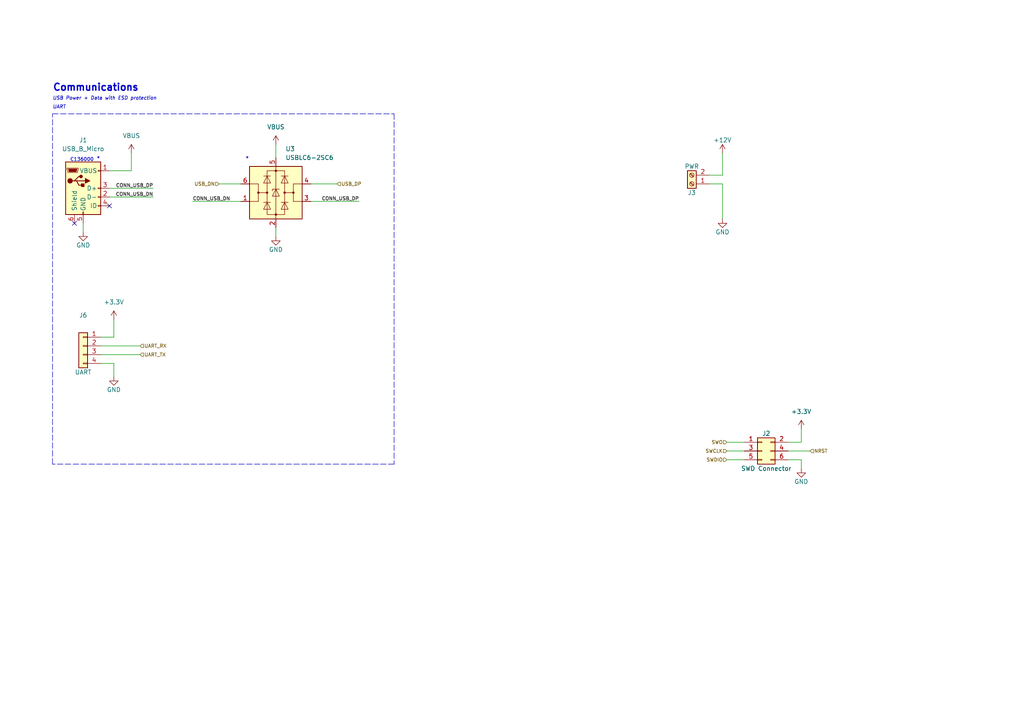
<source format=kicad_sch>
(kicad_sch (version 20211123) (generator eeschema)
  (paper "A4")
  (title_block (title "Posit: A STM32 based DC motor controller") (rev "A") (company "Sampreet SARKAR"))
  (lib_symbols
    (symbol "Connector:Screw_Terminal_01x02" (pin_names (offset 1.016) hide)
      (property "Reference" "J" (at 0 2.54 0))
      (property "Value" "Screw_Terminal_01x02" (at 0 -5.08 0))
      (symbol "Screw_Terminal_01x02_1_1"
        (rectangle (start -1.27 1.27) (end 1.27 -3.81) (stroke (width 0.254)) (fill (type background)))
        (circle (center 0 -2.54) (radius 0.635) (stroke (width 0.1524)))
        (polyline (pts (xy -0.5334 -2.2098) (xy 0.3302 -3.048)) (stroke (width 0.1524)))
        (polyline (pts (xy -0.5334 0.3302) (xy 0.3302 -0.508)) (stroke (width 0.1524)))
        (polyline (pts (xy -0.3556 -2.032) (xy 0.508 -2.8702)) (stroke (width 0.1524)))
        (polyline (pts (xy -0.3556 0.508) (xy 0.508 -0.3302)) (stroke (width 0.1524)))
        (circle (center 0 0) (radius 0.635) (stroke (width 0.1524)))
        (pin passive line (at -5.08 0 0) (length 3.81) (name "Pin_1") (number "1"))
        (pin passive line (at -5.08 -2.54 0) (length 3.81) (name "Pin_2") (number "2"))
      )
    )
    (symbol "Connector:USB_B_Micro" (pin_names (offset 1.016))
      (property "Reference" "J" (at -5.08 11.43 0))
      (property "Value" "USB_B_Micro" (at -5.08 8.89 0))
      (symbol "USB_B_Micro_0_1"
        (rectangle (start -5.08 -7.62) (end 5.08 7.62) (stroke (width 0.254)) (fill (type background)))
        (circle (center -3.81 2.159) (radius 0.635) (stroke (width 0.254)) (fill (type outline)))
        (circle (center -0.635 3.429) (radius 0.381) (stroke (width 0.254)) (fill (type outline)))
        (rectangle (start -0.127 -7.62) (end 0.127 -6.858))
        (polyline (pts (xy -1.905 2.159) (xy 0.635 2.159)) (stroke (width 0.254)))
        (polyline (pts (xy -3.175 2.159) (xy -2.54 2.159) (xy -1.27 3.429) (xy -0.635 3.429)) (stroke (width 0.254)))
        (polyline (pts (xy -2.54 2.159) (xy -1.905 2.159) (xy -1.27 0.889) (xy 0 0.889)) (stroke (width 0.254)))
        (polyline (pts (xy 0.635 2.794) (xy 0.635 1.524) (xy 1.905 2.159) (xy 0.635 2.794)) (stroke (width 0.254)) (fill (type outline)))
        (polyline (pts (xy -4.318 5.588) (xy -1.778 5.588) (xy -2.032 4.826) (xy -4.064 4.826) (xy -4.318 5.588)) (fill (type outline)))
        (polyline (pts (xy -4.699 5.842) (xy -4.699 5.588) (xy -4.445 4.826) (xy -4.445 4.572) (xy -1.651 4.572) (xy -1.651 4.826) (xy -1.397 5.588) (xy -1.397 5.842) (xy -4.699 5.842)))
        (rectangle (start 0.254 1.27) (end -0.508 0.508) (stroke (width 0.254)) (fill (type outline)))
        (rectangle (start 5.08 -5.207) (end 4.318 -4.953))
        (rectangle (start 5.08 -2.667) (end 4.318 -2.413))
        (rectangle (start 5.08 -0.127) (end 4.318 0.127))
        (rectangle (start 5.08 4.953) (end 4.318 5.207))
      )
      (symbol "USB_B_Micro_1_1"
        (pin power_out line (at 7.62 5.08 180) (length 2.54) (name "VBUS") (number "1"))
        (pin bidirectional line (at 7.62 -2.54 180) (length 2.54) (name "D-") (number "2"))
        (pin bidirectional line (at 7.62 0 180) (length 2.54) (name "D+") (number "3"))
        (pin passive line (at 7.62 -5.08 180) (length 2.54) (name "ID") (number "4"))
        (pin power_out line (at 0 -10.16 90) (length 2.54) (name "GND") (number "5"))
        (pin passive line (at -2.54 -10.16 90) (length 2.54) (name "Shield") (number "6"))
      )
    )
    (symbol "Connector_Generic:Conn_01x04" (pin_names (offset 1.016) hide)
      (property "Reference" "J" (at 0 5.08 0))
      (property "Value" "Conn_01x04" (at 0 -7.62 0))
      (symbol "Conn_01x04_1_1"
        (rectangle (start -1.27 -4.953) (end 0 -5.207) (stroke (width 0.1524)))
        (rectangle (start -1.27 -2.413) (end 0 -2.667) (stroke (width 0.1524)))
        (rectangle (start -1.27 0.127) (end 0 -0.127) (stroke (width 0.1524)))
        (rectangle (start -1.27 2.667) (end 0 2.413) (stroke (width 0.1524)))
        (rectangle (start -1.27 3.81) (end 1.27 -6.35) (stroke (width 0.254)) (fill (type background)))
        (pin passive line (at -5.08 2.54 0) (length 3.81) (name "Pin_1") (number "1"))
        (pin passive line (at -5.08 0 0) (length 3.81) (name "Pin_2") (number "2"))
        (pin passive line (at -5.08 -2.54 0) (length 3.81) (name "Pin_3") (number "3"))
        (pin passive line (at -5.08 -5.08 0) (length 3.81) (name "Pin_4") (number "4"))
      )
    )
    (symbol "Connector_Generic:Conn_02x03_Odd_Even" (pin_names (offset 1.016) hide)
      (property "Reference" "J" (at 1.27 5.08 0))
      (property "Value" "Conn_02x03_Odd_Even" (at 1.27 -5.08 0))
      (symbol "Conn_02x03_Odd_Even_1_1"
        (rectangle (start -1.27 -2.413) (end 0 -2.667) (stroke (width 0.1524)))
        (rectangle (start -1.27 0.127) (end 0 -0.127) (stroke (width 0.1524)))
        (rectangle (start -1.27 2.667) (end 0 2.413) (stroke (width 0.1524)))
        (rectangle (start -1.27 3.81) (end 3.81 -3.81) (stroke (width 0.254)) (fill (type background)))
        (rectangle (start 3.81 -2.413) (end 2.54 -2.667) (stroke (width 0.1524)))
        (rectangle (start 3.81 0.127) (end 2.54 -0.127) (stroke (width 0.1524)))
        (rectangle (start 3.81 2.667) (end 2.54 2.413) (stroke (width 0.1524)))
        (pin passive line (at -5.08 2.54 0) (length 3.81) (name "Pin_1") (number "1"))
        (pin passive line (at 7.62 2.54 180) (length 3.81) (name "Pin_2") (number "2"))
        (pin passive line (at -5.08 0 0) (length 3.81) (name "Pin_3") (number "3"))
        (pin passive line (at 7.62 0 180) (length 3.81) (name "Pin_4") (number "4"))
        (pin passive line (at -5.08 -2.54 0) (length 3.81) (name "Pin_5") (number "5"))
        (pin passive line (at 7.62 -2.54 180) (length 3.81) (name "Pin_6") (number "6"))
      )
    )
    (symbol "Power_Protection:USBLC6-2SC6" (pin_names hide)
      (property "Reference" "U" (at 2.54 8.89 0))
      (property "Value" "USBLC6-2SC6" (at 2.54 -8.89 0))
      (symbol "USBLC6-2SC6_0_1"
        (rectangle (start -7.62 -7.62) (end 7.62 7.62) (stroke (width 0.254)) (fill (type background)))
        (circle (center -5.08 0) (radius 0.254) (fill (type outline)))
        (circle (center -2.54 0) (radius 0.254) (fill (type outline)))
        (rectangle (start -2.54 6.35) (end 2.54 -6.35))
        (circle (center 0 -6.35) (radius 0.254) (fill (type outline)))
        (polyline (pts (xy -5.08 -2.54) (xy -7.62 -2.54)))
        (polyline (pts (xy -5.08 0) (xy -5.08 -2.54)))
        (polyline (pts (xy -5.08 2.54) (xy -7.62 2.54)))
        (polyline (pts (xy -1.524 -2.794) (xy -3.556 -2.794)))
        (polyline (pts (xy -1.524 4.826) (xy -3.556 4.826)))
        (polyline (pts (xy 0 -7.62) (xy 0 -6.35)))
        (polyline (pts (xy 0 -6.35) (xy 0 1.27)))
        (polyline (pts (xy 0 1.27) (xy 0 6.35)))
        (polyline (pts (xy 0 6.35) (xy 0 7.62)))
        (polyline (pts (xy 1.524 -2.794) (xy 3.556 -2.794)))
        (polyline (pts (xy 1.524 4.826) (xy 3.556 4.826)))
        (polyline (pts (xy 5.08 -2.54) (xy 7.62 -2.54)))
        (polyline (pts (xy 5.08 0) (xy 5.08 -2.54)))
        (polyline (pts (xy 5.08 2.54) (xy 7.62 2.54)))
        (polyline (pts (xy -2.54 0) (xy -5.08 0) (xy -5.08 2.54)))
        (polyline (pts (xy 2.54 0) (xy 5.08 0) (xy 5.08 2.54)))
        (polyline (pts (xy -3.556 -4.826) (xy -1.524 -4.826) (xy -2.54 -2.794) (xy -3.556 -4.826)))
        (polyline (pts (xy -3.556 2.794) (xy -1.524 2.794) (xy -2.54 4.826) (xy -3.556 2.794)))
        (polyline (pts (xy -1.016 -1.016) (xy 1.016 -1.016) (xy 0 1.016) (xy -1.016 -1.016)))
        (polyline (pts (xy 1.016 1.016) (xy 0.762 1.016) (xy -1.016 1.016) (xy -1.016 0.508)))
        (polyline (pts (xy 3.556 -4.826) (xy 1.524 -4.826) (xy 2.54 -2.794) (xy 3.556 -4.826)))
        (polyline (pts (xy 3.556 2.794) (xy 1.524 2.794) (xy 2.54 4.826) (xy 3.556 2.794)))
        (circle (center 0 6.35) (radius 0.254) (fill (type outline)))
        (circle (center 2.54 0) (radius 0.254) (fill (type outline)))
        (circle (center 5.08 0) (radius 0.254) (fill (type outline)))
      )
      (symbol "USBLC6-2SC6_1_1"
        (pin passive line (at -10.16 -2.54 0) (length 2.54) (name "I/O1") (number "1"))
        (pin passive line (at 0 -10.16 90) (length 2.54) (name "GND") (number "2"))
        (pin passive line (at 10.16 -2.54 180) (length 2.54) (name "I/O2") (number "3"))
        (pin passive line (at 10.16 2.54 180) (length 2.54) (name "I/O2") (number "4"))
        (pin passive line (at 0 10.16 270) (length 2.54) (name "VBUS") (number "5"))
        (pin passive line (at -10.16 2.54 0) (length 2.54) (name "I/O1") (number "6"))
      )
    )
    (symbol "power:+12V" (power) (pin_names (offset 0))
      (property "Value" "+12V" (at 0 3.556 0))
      (symbol "+12V_0_1"
        (polyline (pts (xy -0.762 1.27) (xy 0 2.54)))
        (polyline (pts (xy 0 0) (xy 0 2.54)))
        (polyline (pts (xy 0 2.54) (xy 0.762 1.27)))
      )
      (symbol "+12V_1_1"
        (pin power_in line (at 0 0 90) (length 0) hide (name "+12V") (number "1"))
      )
    )
    (symbol "power:+3.3V" (power) (pin_names (offset 0))
      (property "Value" "+3.3V" (at 0 3.556 0))
      (symbol "+3.3V_0_1"
        (polyline (pts (xy -0.762 1.27) (xy 0 2.54)))
        (polyline (pts (xy 0 0) (xy 0 2.54)))
        (polyline (pts (xy 0 2.54) (xy 0.762 1.27)))
      )
      (symbol "+3.3V_1_1"
        (pin power_in line (at 0 0 90) (length 0) hide (name "+3.3V") (number "1"))
      )
    )
    (symbol "power:GND" (power) (pin_names (offset 0))
      (property "Value" "GND" (at 0 -3.81 0))
      (symbol "GND_0_1"
        (polyline (pts (xy 0 0) (xy 0 -1.27) (xy 1.27 -1.27) (xy 0 -2.54) (xy -1.27 -1.27) (xy 0 -1.27)))
      )
      (symbol "GND_1_1"
        (pin power_in line (at 0 0 270) (length 0) hide (name "GND") (number "1"))
      )
    )
    (symbol "power:VBUS" (power) (pin_names (offset 0))
      (property "Value" "VBUS" (at 0 3.81 0))
      (symbol "VBUS_0_1"
        (polyline (pts (xy -0.762 1.27) (xy 0 2.54)))
        (polyline (pts (xy 0 0) (xy 0 2.54)))
        (polyline (pts (xy 0 2.54) (xy 0.762 1.27)))
      )
      (symbol "VBUS_1_1"
        (pin power_in line (at 0 0 90) (length 0) hide (name "VBUS") (number "1"))
      )
    )
  )
  (no_connect (at 21.59 64.77))
  (no_connect (at 31.75 59.69))
  (wire (pts (xy 33.02 92.71) (xy 33.02 97.79)))
  (wire (pts (xy 80.01 66.04) (xy 80.01 68.58)))
  (wire (pts (xy 228.6 133.35) (xy 232.41 133.35)))
  (wire (pts (xy 228.6 128.27) (xy 232.41 128.27)))
  (wire (pts (xy 205.74 53.34) (xy 209.55 53.34)))
  (wire (pts (xy 232.41 124.46) (xy 232.41 128.27)))
  (wire (pts (xy 31.75 54.61) (xy 44.45 54.61)))
  (wire (pts (xy 31.75 57.15) (xy 44.45 57.15)))
  (wire (pts (xy 29.21 100.33) (xy 40.64 100.33)))
  (wire (pts (xy 55.88 58.42) (xy 69.85 58.42)))
  (wire (pts (xy 90.17 58.42) (xy 104.14 58.42)))
  (wire (pts (xy 24.13 64.77) (xy 24.13 67.31)))
  (wire (pts (xy 210.82 133.35) (xy 215.9 133.35)))
  (wire (pts (xy 80.01 41.91) (xy 80.01 45.72)))
  (wire (pts (xy 31.75 49.53) (xy 38.1 49.53)))
  (polyline (pts (xy 15.24 33.02) (xy 114.3 33.02)))
  (wire (pts (xy 90.17 53.34) (xy 97.79 53.34)))
  (wire (pts (xy 29.21 102.87) (xy 40.64 102.87)))
  (polyline (pts (xy 114.3 134.62) (xy 15.24 134.62)))
  (wire (pts (xy 63.5 53.34) (xy 69.85 53.34)))
  (wire (pts (xy 209.55 53.34) (xy 209.55 63.5)))
  (wire (pts (xy 38.1 44.45) (xy 38.1 49.53)))
  (wire (pts (xy 29.21 97.79) (xy 33.02 97.79)))
  (polyline (pts (xy 114.3 33.02) (xy 114.3 134.62)))
  (wire (pts (xy 228.6 130.81) (xy 234.95 130.81)))
  (wire (pts (xy 210.82 128.27) (xy 215.9 128.27)))
  (wire (pts (xy 210.82 130.81) (xy 215.9 130.81)))
  (wire (pts (xy 205.74 50.8) (xy 209.55 50.8)))
  (wire (pts (xy 33.02 105.41) (xy 33.02 109.22)))
  (wire (pts (xy 232.41 133.35) (xy 232.41 135.89)))
  (wire (pts (xy 209.55 44.45) (xy 209.55 50.8)))
  (polyline (pts (xy 15.24 134.62) (xy 15.24 33.02)))
  (wire (pts (xy 29.21 105.41) (xy 33.02 105.41)))
  (text "*" (at 71.12 46.99 0) (effects (font (size 1.27 1.27)) (justify left bottom)))
  (text "UART " (at 15.24 31.75 0) (effects (font (size 1 1) italic) (justify left bottom)))
  (text "C136000" (at 20.32 46.99 0) (effects (font (size 1 1)) (justify left bottom)))
  (text "*" (at 27.94 46.99 0) (effects (font (size 1.27 1.27)) (justify left bottom)))
  (text "USB Power + Data with ESD protection" (at 15.24 29.21 0) (effects (font (size 1 1) italic) (justify left bottom)))
  (text "Communications" (at 15.24 26.67 0) (effects (font (size 2 2) (thickness 0.4) bold) (justify left bottom)))
  (label "CONN_USB_DP" (at 104.14 58.42 180) (effects (font (size 1 1))))
  (label "CONN_USB_DN" (at 44.45 57.15 180) (effects (font (size 1 1))))
  (label "CONN_USB_DP" (at 44.45 54.61 180) (effects (font (size 1 1))))
  (label "CONN_USB_DN" (at 55.88 58.42 0) (effects (font (size 1 1))))
  (hierarchical_label "NRST" (shape input) (at 234.95 130.81 0) (effects (font (size 1 1))))
  (hierarchical_label "SWCLK" (shape input) (at 210.82 130.81 180) (effects (font (size 1 1))))
  (hierarchical_label "USB_DN" (shape input) (at 63.5 53.34 180) (effects (font (size 1 1))))
  (hierarchical_label "SWDIO" (shape input) (at 210.82 133.35 180) (effects (font (size 1 1))))
  (hierarchical_label "USB_DP" (shape input) (at 97.79 53.34 0) (effects (font (size 1 1))))
  (hierarchical_label "UART_RX" (shape input) (at 40.64 100.33 0) (effects (font (size 1 1))))
  (hierarchical_label "SWO" (shape input) (at 210.82 128.27 180) (effects (font (size 1 1))))
  (hierarchical_label "UART_TX" (shape input) (at 40.64 102.87 0) (effects (font (size 1 1))))
  (symbol (lib_id "power:VBUS") (at 80.01 41.91 0) (unit 1)
    (property "Reference" "#PWR022" (effects hide))
    (property "Value" "VBUS" (at 80.01 36.83 0))
  )
  (symbol (lib_id "Connector:USB_B_Micro") (at 24.13 54.61 0) (unit 1)
    (property "Reference" "J1" (at 24.13 40.64 0))
    (property "Value" "USB_B_Micro" (at 24.13 43.18 0))
    (property "Footprint" "Connector_USB:USB_Micro-B_Molex-105017-0001" (effects hide))
  )
  (symbol (lib_id "power:GND") (at 80.01 68.58 0) (unit 1)
    (property "Reference" "#PWR023" (effects hide))
    (property "Value" "GND" (at 80.01 72.39 0))
  )
  (symbol (lib_id "power:GND") (at 232.41 135.89 0) (unit 1)
    (property "Reference" "#PWR025" (effects hide))
    (property "Value" "GND" (at 232.41 139.7 0))
  )
  (symbol (lib_id "power:+12V") (at 209.55 44.45 0) (unit 1)
    (property "Reference" "#PWR028" (effects hide))
    (property "Value" "+12V" (at 209.55 40.64 0))
  )
  (symbol (lib_id "power:GND") (at 33.02 109.22 0) (unit 1)
    (property "Reference" "#PWR0104" (effects hide))
    (property "Value" "GND" (at 33.02 113.03 0))
  )
  (symbol (lib_id "Connector_Generic:Conn_01x04") (at 24.13 100.33 0) (mirror y) (unit 1)
    (property "Reference" "J6" (at 24.13 91.44 0))
    (property "Value" "UART" (at 24.13 107.95 0))
    (property "Footprint" "Connector_JST:JST_PH_S4B-PH-K_1x04_P2.00mm_Horizontal" (effects hide))
  )
  (symbol (lib_id "power:GND") (at 24.13 67.31 0) (unit 1)
    (property "Reference" "#PWR019" (effects hide))
    (property "Value" "GND" (at 24.13 71.12 0))
  )
  (symbol (lib_id "Connector_Generic:Conn_02x03_Odd_Even") (at 220.98 130.81 0) (unit 1)
    (property "Reference" "J2" (at 222.25 125.73 0))
    (property "Value" "SWD Connector" (at 222.25 135.89 0))
    (property "Footprint" "Connector_PinHeader_2.54mm:PinHeader_2x03_P2.54mm_Vertical" (effects hide))
  )
  (symbol (lib_id "power:VBUS") (at 38.1 44.45 0) (unit 1)
    (property "Reference" "#PWR021" (effects hide))
    (property "Value" "VBUS" (at 38.1 39.37 0))
  )
  (symbol (lib_id "power:+3.3V") (at 33.02 92.71 0) (unit 1)
    (property "Reference" "#PWR0103" (effects hide))
    (property "Value" "+3.3V" (at 33.02 87.63 0))
  )
  (symbol (lib_id "Connector:Screw_Terminal_01x02") (at 200.66 53.34 180) (unit 1)
    (property "Reference" "J3" (at 200.66 55.88 0))
    (property "Value" "PWR" (at 200.66 48.26 0))
    (property "Footprint" "TerminalBlock_Phoenix:TerminalBlock_Phoenix_MPT-0,5-2-2.54_1x02_P2.54mm_Horizontal" (effects hide))
  )
  (symbol (lib_id "power:GND") (at 209.55 63.5 0) (unit 1)
    (property "Reference" "#PWR029" (effects hide))
    (property "Value" "GND" (at 209.55 67.31 0))
  )
  (symbol (lib_id "Power_Protection:USBLC6-2SC6") (at 80.01 55.88 0) (unit 1)
    (property "Reference" "U3" (at 82.7787 43.18 0) (effects (justify left)))
    (property "Value" "USBLC6-2SC6" (at 82.7787 45.72 0) (effects (justify left)))
    (property "Footprint" "Package_TO_SOT_SMD:SOT-23-6" (effects hide))
    (property "Datasheet" "https://www.st.com/resource/en/datasheet/usblc6-2.pdf" (effects hide))
  )
  (symbol (lib_id "power:+3.3V") (at 232.41 124.46 0) (unit 1)
    (property "Reference" "#PWR024" (effects hide))
    (property "Value" "+3.3V" (at 232.41 119.38 0))
  )
)
</source>
